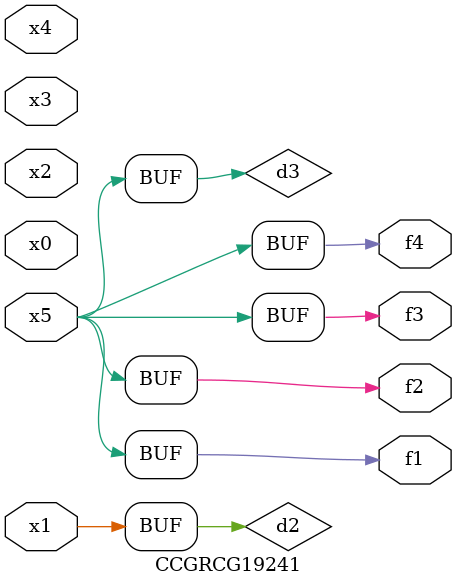
<source format=v>
module CCGRCG19241(
	input x0, x1, x2, x3, x4, x5,
	output f1, f2, f3, f4
);

	wire d1, d2, d3;

	not (d1, x5);
	or (d2, x1);
	xnor (d3, d1);
	assign f1 = d3;
	assign f2 = d3;
	assign f3 = d3;
	assign f4 = d3;
endmodule

</source>
